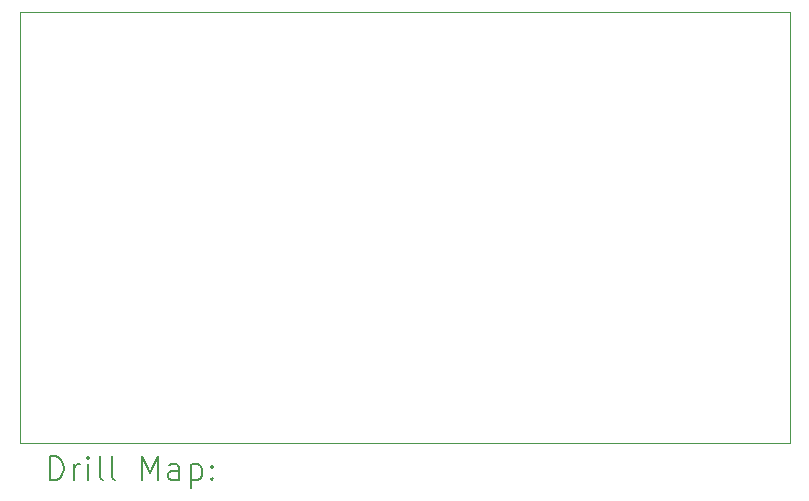
<source format=gbr>
%TF.GenerationSoftware,KiCad,Pcbnew,8.0.6*%
%TF.CreationDate,2024-11-25T22:26:14-03:00*%
%TF.ProjectId,motor-drivers,6d6f746f-722d-4647-9269-766572732e6b,rev?*%
%TF.SameCoordinates,PX66ff300PY6b49d20*%
%TF.FileFunction,Drillmap*%
%TF.FilePolarity,Positive*%
%FSLAX45Y45*%
G04 Gerber Fmt 4.5, Leading zero omitted, Abs format (unit mm)*
G04 Created by KiCad (PCBNEW 8.0.6) date 2024-11-25 22:26:14*
%MOMM*%
%LPD*%
G01*
G04 APERTURE LIST*
%ADD10C,0.050000*%
%ADD11C,0.200000*%
G04 APERTURE END LIST*
D10*
X0Y3650000D02*
X6520000Y3650000D01*
X6520000Y0D01*
X0Y0D01*
X0Y3650000D01*
D11*
X258277Y-313984D02*
X258277Y-113984D01*
X258277Y-113984D02*
X305896Y-113984D01*
X305896Y-113984D02*
X334467Y-123508D01*
X334467Y-123508D02*
X353515Y-142555D01*
X353515Y-142555D02*
X363039Y-161603D01*
X363039Y-161603D02*
X372562Y-199698D01*
X372562Y-199698D02*
X372562Y-228269D01*
X372562Y-228269D02*
X363039Y-266365D01*
X363039Y-266365D02*
X353515Y-285412D01*
X353515Y-285412D02*
X334467Y-304460D01*
X334467Y-304460D02*
X305896Y-313984D01*
X305896Y-313984D02*
X258277Y-313984D01*
X458277Y-313984D02*
X458277Y-180650D01*
X458277Y-218746D02*
X467801Y-199698D01*
X467801Y-199698D02*
X477324Y-190174D01*
X477324Y-190174D02*
X496372Y-180650D01*
X496372Y-180650D02*
X515420Y-180650D01*
X582086Y-313984D02*
X582086Y-180650D01*
X582086Y-113984D02*
X572563Y-123508D01*
X572563Y-123508D02*
X582086Y-133031D01*
X582086Y-133031D02*
X591610Y-123508D01*
X591610Y-123508D02*
X582086Y-113984D01*
X582086Y-113984D02*
X582086Y-133031D01*
X705896Y-313984D02*
X686848Y-304460D01*
X686848Y-304460D02*
X677324Y-285412D01*
X677324Y-285412D02*
X677324Y-113984D01*
X810658Y-313984D02*
X791610Y-304460D01*
X791610Y-304460D02*
X782086Y-285412D01*
X782086Y-285412D02*
X782086Y-113984D01*
X1039229Y-313984D02*
X1039229Y-113984D01*
X1039229Y-113984D02*
X1105896Y-256841D01*
X1105896Y-256841D02*
X1172563Y-113984D01*
X1172563Y-113984D02*
X1172563Y-313984D01*
X1353515Y-313984D02*
X1353515Y-209222D01*
X1353515Y-209222D02*
X1343991Y-190174D01*
X1343991Y-190174D02*
X1324944Y-180650D01*
X1324944Y-180650D02*
X1286848Y-180650D01*
X1286848Y-180650D02*
X1267801Y-190174D01*
X1353515Y-304460D02*
X1334467Y-313984D01*
X1334467Y-313984D02*
X1286848Y-313984D01*
X1286848Y-313984D02*
X1267801Y-304460D01*
X1267801Y-304460D02*
X1258277Y-285412D01*
X1258277Y-285412D02*
X1258277Y-266365D01*
X1258277Y-266365D02*
X1267801Y-247317D01*
X1267801Y-247317D02*
X1286848Y-237793D01*
X1286848Y-237793D02*
X1334467Y-237793D01*
X1334467Y-237793D02*
X1353515Y-228269D01*
X1448753Y-180650D02*
X1448753Y-380650D01*
X1448753Y-190174D02*
X1467801Y-180650D01*
X1467801Y-180650D02*
X1505896Y-180650D01*
X1505896Y-180650D02*
X1524943Y-190174D01*
X1524943Y-190174D02*
X1534467Y-199698D01*
X1534467Y-199698D02*
X1543991Y-218746D01*
X1543991Y-218746D02*
X1543991Y-275889D01*
X1543991Y-275889D02*
X1534467Y-294936D01*
X1534467Y-294936D02*
X1524943Y-304460D01*
X1524943Y-304460D02*
X1505896Y-313984D01*
X1505896Y-313984D02*
X1467801Y-313984D01*
X1467801Y-313984D02*
X1448753Y-304460D01*
X1629705Y-294936D02*
X1639229Y-304460D01*
X1639229Y-304460D02*
X1629705Y-313984D01*
X1629705Y-313984D02*
X1620182Y-304460D01*
X1620182Y-304460D02*
X1629705Y-294936D01*
X1629705Y-294936D02*
X1629705Y-313984D01*
X1629705Y-190174D02*
X1639229Y-199698D01*
X1639229Y-199698D02*
X1629705Y-209222D01*
X1629705Y-209222D02*
X1620182Y-199698D01*
X1620182Y-199698D02*
X1629705Y-190174D01*
X1629705Y-190174D02*
X1629705Y-209222D01*
M02*

</source>
